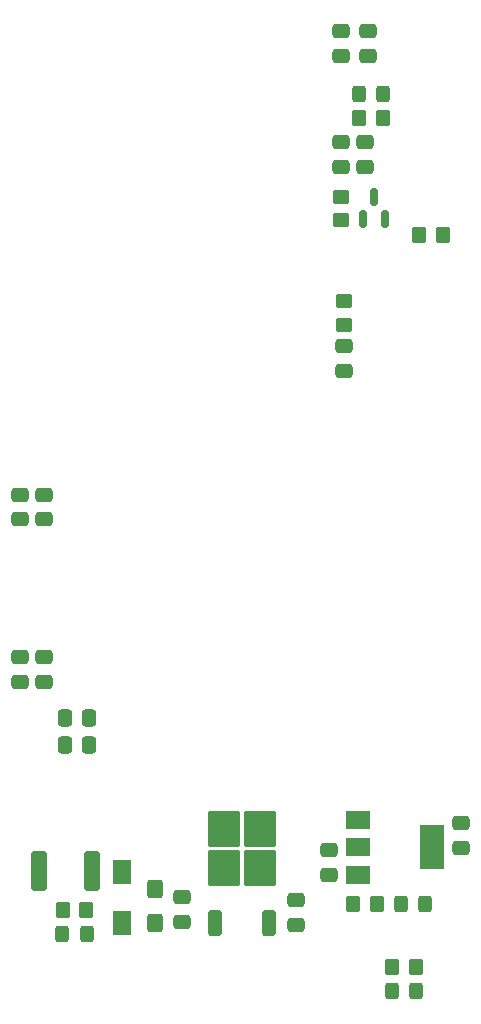
<source format=gbr>
%TF.GenerationSoftware,KiCad,Pcbnew,7.0.5*%
%TF.CreationDate,2023-10-05T13:58:56+07:00*%
%TF.ProjectId,Main_board,4d61696e-5f62-46f6-9172-642e6b696361,rev?*%
%TF.SameCoordinates,Original*%
%TF.FileFunction,Paste,Top*%
%TF.FilePolarity,Positive*%
%FSLAX46Y46*%
G04 Gerber Fmt 4.6, Leading zero omitted, Abs format (unit mm)*
G04 Created by KiCad (PCBNEW 7.0.5) date 2023-10-05 13:58:56*
%MOMM*%
%LPD*%
G01*
G04 APERTURE LIST*
G04 Aperture macros list*
%AMRoundRect*
0 Rectangle with rounded corners*
0 $1 Rounding radius*
0 $2 $3 $4 $5 $6 $7 $8 $9 X,Y pos of 4 corners*
0 Add a 4 corners polygon primitive as box body*
4,1,4,$2,$3,$4,$5,$6,$7,$8,$9,$2,$3,0*
0 Add four circle primitives for the rounded corners*
1,1,$1+$1,$2,$3*
1,1,$1+$1,$4,$5*
1,1,$1+$1,$6,$7*
1,1,$1+$1,$8,$9*
0 Add four rect primitives between the rounded corners*
20,1,$1+$1,$2,$3,$4,$5,0*
20,1,$1+$1,$4,$5,$6,$7,0*
20,1,$1+$1,$6,$7,$8,$9,0*
20,1,$1+$1,$8,$9,$2,$3,0*%
G04 Aperture macros list end*
%ADD10RoundRect,0.250000X-0.325000X-0.450000X0.325000X-0.450000X0.325000X0.450000X-0.325000X0.450000X0*%
%ADD11RoundRect,0.250000X0.337500X0.475000X-0.337500X0.475000X-0.337500X-0.475000X0.337500X-0.475000X0*%
%ADD12RoundRect,0.250000X0.350000X-0.850000X0.350000X0.850000X-0.350000X0.850000X-0.350000X-0.850000X0*%
%ADD13RoundRect,0.250000X1.125000X-1.275000X1.125000X1.275000X-1.125000X1.275000X-1.125000X-1.275000X0*%
%ADD14RoundRect,0.250000X0.475000X-0.337500X0.475000X0.337500X-0.475000X0.337500X-0.475000X-0.337500X0*%
%ADD15RoundRect,0.250000X-0.350000X-0.450000X0.350000X-0.450000X0.350000X0.450000X-0.350000X0.450000X0*%
%ADD16RoundRect,0.250000X0.350000X0.450000X-0.350000X0.450000X-0.350000X-0.450000X0.350000X-0.450000X0*%
%ADD17RoundRect,0.250000X0.325000X0.450000X-0.325000X0.450000X-0.325000X-0.450000X0.325000X-0.450000X0*%
%ADD18RoundRect,0.250000X0.425000X-0.537500X0.425000X0.537500X-0.425000X0.537500X-0.425000X-0.537500X0*%
%ADD19RoundRect,0.250000X-0.475000X0.337500X-0.475000X-0.337500X0.475000X-0.337500X0.475000X0.337500X0*%
%ADD20RoundRect,0.250000X-0.400000X-1.450000X0.400000X-1.450000X0.400000X1.450000X-0.400000X1.450000X0*%
%ADD21R,2.000000X1.500000*%
%ADD22R,2.000000X3.800000*%
%ADD23RoundRect,0.250000X-0.450000X0.350000X-0.450000X-0.350000X0.450000X-0.350000X0.450000X0.350000X0*%
%ADD24RoundRect,0.150000X0.150000X-0.587500X0.150000X0.587500X-0.150000X0.587500X-0.150000X-0.587500X0*%
%ADD25RoundRect,0.250000X0.450000X-0.350000X0.450000X0.350000X-0.450000X0.350000X-0.450000X-0.350000X0*%
%ADD26R,1.500000X2.090000*%
G04 APERTURE END LIST*
D10*
%TO.C,3V1*%
X175251000Y-111252000D03*
X177301000Y-111252000D03*
%TD*%
D11*
%TO.C,C6*%
X149627500Y-90424000D03*
X147552500Y-90424000D03*
%TD*%
D12*
%TO.C,U8*%
X160281000Y-105463000D03*
D13*
X161036000Y-100838000D03*
X164086000Y-100838000D03*
X161036000Y-97488000D03*
X164086000Y-97488000D03*
D12*
X164841000Y-105463000D03*
%TD*%
D10*
%TO.C,15V1*%
X147327000Y-106438500D03*
X149377000Y-106438500D03*
%TD*%
D14*
%TO.C,C9*%
X173206500Y-32025500D03*
X173206500Y-29950500D03*
%TD*%
D15*
%TO.C,R6*%
X147352000Y-104406500D03*
X149352000Y-104406500D03*
%TD*%
D16*
%TO.C,R2*%
X179562000Y-47244000D03*
X177562000Y-47244000D03*
%TD*%
D17*
%TO.C,15V2*%
X174507000Y-35306000D03*
X172457000Y-35306000D03*
%TD*%
D18*
%TO.C,C18*%
X155195000Y-105494500D03*
X155195000Y-102619500D03*
%TD*%
D19*
%TO.C,C19*%
X181102000Y-97006500D03*
X181102000Y-99081500D03*
%TD*%
D20*
%TO.C,F1*%
X145349000Y-101092000D03*
X149799000Y-101092000D03*
%TD*%
D16*
%TO.C,R7*%
X174482000Y-37338000D03*
X172482000Y-37338000D03*
%TD*%
D11*
%TO.C,C5*%
X149627500Y-88138000D03*
X147552500Y-88138000D03*
%TD*%
D19*
%TO.C,C13*%
X172974000Y-39348500D03*
X172974000Y-41423500D03*
%TD*%
D14*
%TO.C,C8*%
X143747000Y-71294000D03*
X143747000Y-69219000D03*
%TD*%
D21*
%TO.C,U7*%
X172364000Y-96760000D03*
X172364000Y-99060000D03*
D22*
X178664000Y-99060000D03*
D21*
X172364000Y-101360000D03*
%TD*%
D19*
%TO.C,C20*%
X157481000Y-103295000D03*
X157481000Y-105370000D03*
%TD*%
%TO.C,C15*%
X145779000Y-82976500D03*
X145779000Y-85051500D03*
%TD*%
%TO.C,C22*%
X167133000Y-103549000D03*
X167133000Y-105624000D03*
%TD*%
%TO.C,C16*%
X143747000Y-82976500D03*
X143747000Y-85051500D03*
%TD*%
%TO.C,C17*%
X169926000Y-99292500D03*
X169926000Y-101367500D03*
%TD*%
D14*
%TO.C,C21*%
X171196000Y-58717000D03*
X171196000Y-56642000D03*
%TD*%
D23*
%TO.C,R5*%
X171196000Y-52832000D03*
X171196000Y-54832000D03*
%TD*%
D19*
%TO.C,C14*%
X170942000Y-39348500D03*
X170942000Y-41423500D03*
%TD*%
D24*
%TO.C,Q1*%
X172786000Y-45895500D03*
X174686000Y-45895500D03*
X173736000Y-44020500D03*
%TD*%
D17*
%TO.C,5V1*%
X178063000Y-103886000D03*
X176013000Y-103886000D03*
%TD*%
D25*
%TO.C,R1*%
X170942000Y-45958000D03*
X170942000Y-43958000D03*
%TD*%
D15*
%TO.C,R3*%
X171974000Y-103886000D03*
X173974000Y-103886000D03*
%TD*%
D14*
%TO.C,C10*%
X170942000Y-32025500D03*
X170942000Y-29950500D03*
%TD*%
%TO.C,C7*%
X145796000Y-71272500D03*
X145796000Y-69197500D03*
%TD*%
D15*
%TO.C,R4*%
X175276000Y-109220000D03*
X177276000Y-109220000D03*
%TD*%
D26*
%TO.C,D1*%
X152401000Y-101165000D03*
X152401000Y-105425000D03*
%TD*%
M02*

</source>
